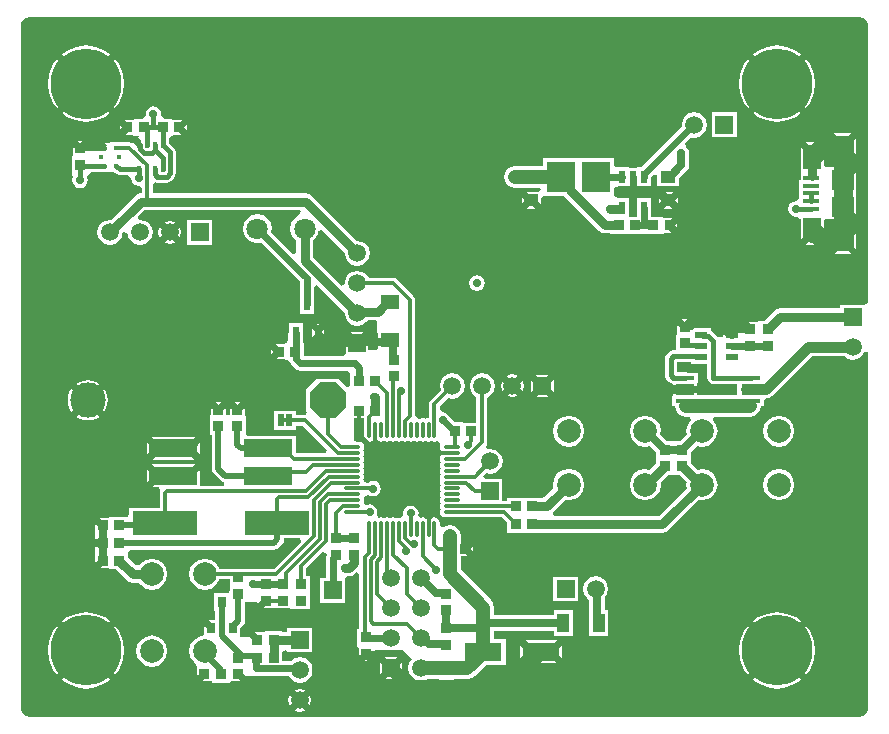
<source format=gtl>
G04*
G04 #@! TF.GenerationSoftware,Altium Limited,Altium Designer,20.0.10 (225)*
G04*
G04 Layer_Physical_Order=1*
G04 Layer_Color=255*
%FSLAX44Y44*%
%MOMM*%
G71*
G01*
G75*
%ADD16R,0.4000X0.4500*%
%ADD17R,0.4500X0.4000*%
%ADD18R,0.3500X0.5000*%
%ADD45R,0.8500X0.8500*%
%ADD46R,0.8500X0.8500*%
%ADD47R,1.0000X1.6000*%
%ADD48R,1.1000X0.6000*%
%ADD49R,1.6500X0.3000*%
%ADD50R,1.2500X1.0000*%
%ADD51R,1.4000X0.4000*%
%ADD52R,1.6000X2.1000*%
%ADD53R,1.9000X1.8000*%
%ADD54R,1.9000X1.7500*%
%ADD55R,0.6000X1.1000*%
%ADD56R,4.1000X1.5200*%
%ADD57R,0.6000X1.1000*%
%ADD58R,5.5000X2.0000*%
%ADD59R,0.6500X0.9500*%
%ADD60R,1.6000X1.2000*%
%ADD61O,0.3000X1.4000*%
%ADD62O,1.4000X0.3000*%
%ADD63R,0.5000X1.0000*%
%ADD64R,3.1500X1.6000*%
%ADD65R,2.4000X2.6000*%
%ADD66C,0.6000*%
%ADD67C,0.3000*%
%ADD68C,0.7000*%
%ADD69C,0.8000*%
%ADD70C,0.9000*%
%ADD71C,1.2000*%
%ADD72C,0.5000*%
%ADD73C,0.4000*%
%ADD74C,1.6000*%
%ADD75R,1.5000X1.5000*%
%ADD76C,1.5000*%
%ADD77R,1.5000X1.5000*%
%ADD78C,6.0000*%
%ADD79C,2.0000*%
%ADD80C,1.8000*%
%ADD81C,3.0000*%
%ADD82P,3.2472X8X202.5*%
%ADD83C,0.7000*%
G36*
X715000Y595812D02*
X717224Y595369D01*
X719109Y594109D01*
X720369Y592224D01*
X720812Y590000D01*
X720922D01*
Y354296D01*
X717922Y352900D01*
X697500D01*
Y349537D01*
X646400D01*
X643669Y348994D01*
X641353Y347447D01*
X633157Y339250D01*
X628750Y339250D01*
X626164Y338250D01*
X625750Y338250D01*
X618993D01*
X623121Y334121D01*
X618879Y329879D01*
X614423Y334334D01*
X613500Y332500D01*
X611750Y332500D01*
X602743D01*
X605621Y329621D01*
X601379Y325379D01*
X598500Y328257D01*
Y326617D01*
X598483Y326573D01*
X597182Y325529D01*
X593605Y325762D01*
X589262Y330105D01*
X588500Y330614D01*
Y333500D01*
X572250D01*
Y336007D01*
X568121Y331879D01*
X566000Y334000D01*
X563879Y331879D01*
X559750Y336007D01*
Y327750D01*
X558750Y327250D01*
Y314098D01*
X556343D01*
X554392Y313710D01*
X552738Y312605D01*
X550395Y310262D01*
X549290Y308608D01*
X548902Y306657D01*
Y293093D01*
X549290Y291142D01*
X550395Y289488D01*
X552738Y287145D01*
X554392Y286040D01*
X556000Y285720D01*
Y275750D01*
X555000D01*
Y266750D01*
X557873D01*
X558522Y263488D01*
X560511Y260511D01*
X563488Y258522D01*
X567000Y257824D01*
X570145D01*
X571128Y254872D01*
X568254Y250572D01*
X567245Y245500D01*
X567724Y243096D01*
X561878Y237250D01*
X556750D01*
Y237250D01*
X556250D01*
Y237250D01*
X551122D01*
X545276Y243096D01*
X545755Y245500D01*
X544746Y250572D01*
X541872Y254872D01*
X537572Y257746D01*
X532500Y258755D01*
X527428Y257746D01*
X523128Y254872D01*
X520254Y250572D01*
X519245Y245500D01*
X520254Y240428D01*
X523128Y236127D01*
X527428Y233254D01*
X532500Y232245D01*
X536572Y233055D01*
X541750Y227878D01*
Y218843D01*
X535971Y213064D01*
X532500Y213755D01*
X527428Y212746D01*
X523128Y209872D01*
X520254Y205572D01*
X519245Y200500D01*
X520254Y195428D01*
X523128Y191127D01*
X527428Y188254D01*
X532500Y187245D01*
X537572Y188254D01*
X541872Y191127D01*
X544746Y195428D01*
X545755Y200500D01*
X545396Y202303D01*
X551843Y208750D01*
X556250D01*
Y208750D01*
X556750D01*
Y208750D01*
X561157D01*
X567604Y202303D01*
X567245Y200500D01*
X567770Y197863D01*
X544044Y174137D01*
X455232D01*
X454298Y176356D01*
X454231Y177137D01*
X464863Y187770D01*
X467500Y187245D01*
X472572Y188254D01*
X476872Y191127D01*
X479746Y195428D01*
X480755Y200500D01*
X479746Y205572D01*
X476872Y209872D01*
X472572Y212746D01*
X467500Y213755D01*
X462428Y212746D01*
X458128Y209872D01*
X455254Y205572D01*
X454245Y200500D01*
X454770Y197863D01*
X446930Y190023D01*
X444250Y189250D01*
X444250Y189250D01*
Y189250D01*
X444250Y189250D01*
X415750D01*
Y186766D01*
X411500D01*
Y205100D01*
X396508D01*
X395360Y207872D01*
X397483Y209994D01*
X401000Y209294D01*
X405097Y210109D01*
X408570Y212430D01*
X410891Y215903D01*
X411706Y220000D01*
X410891Y224097D01*
X408570Y227570D01*
X405097Y229891D01*
X401000Y230706D01*
X398923Y230293D01*
X397550Y232390D01*
X397369Y233042D01*
X398239Y234345D01*
X398588Y236101D01*
Y274088D01*
X398697Y274109D01*
X402170Y276430D01*
X404491Y279903D01*
X405306Y284000D01*
X404491Y288097D01*
X402170Y291570D01*
X398697Y293891D01*
X394600Y294706D01*
X390503Y293891D01*
X387030Y291570D01*
X384709Y288097D01*
X383894Y284000D01*
X384709Y279903D01*
X387030Y276430D01*
X389412Y274838D01*
Y252250D01*
X378750D01*
X378250Y253250D01*
X371401D01*
X367125Y257527D01*
X367123Y257536D01*
X365686Y259686D01*
X363536Y261123D01*
X361000Y261627D01*
X360880Y261603D01*
X358561Y263507D01*
Y266872D01*
X365683Y273994D01*
X369200Y273294D01*
X373297Y274109D01*
X376770Y276430D01*
X379091Y279903D01*
X379906Y284000D01*
X379091Y288097D01*
X376770Y291570D01*
X373297Y293891D01*
X369200Y294706D01*
X365103Y293891D01*
X361630Y291570D01*
X359309Y288097D01*
X358494Y284000D01*
X359194Y280483D01*
X350728Y272017D01*
X349734Y270529D01*
X349385Y268773D01*
Y257104D01*
X348973Y256766D01*
X347217Y256417D01*
X346473Y255920D01*
X345728Y256417D01*
X343973Y256766D01*
X342217Y256417D01*
X341795Y256135D01*
X338858Y256996D01*
X337588Y259550D01*
Y356950D01*
X337239Y358706D01*
X336244Y360194D01*
X322306Y374132D01*
X320817Y375127D01*
X319062Y375476D01*
X298203D01*
X296210Y378458D01*
X292737Y380779D01*
X288640Y381594D01*
X284543Y380779D01*
X281070Y378458D01*
X278749Y374985D01*
X277934Y370888D01*
X278023Y370441D01*
X275259Y368963D01*
X251137Y393084D01*
Y407337D01*
X252652Y408349D01*
X255304Y412318D01*
X255797Y414795D01*
X259052Y415783D01*
X278036Y396799D01*
X277934Y396288D01*
X278749Y392191D01*
X281070Y388718D01*
X284543Y386397D01*
X288640Y385582D01*
X292737Y386397D01*
X296210Y388718D01*
X298531Y392191D01*
X299346Y396288D01*
X298531Y400385D01*
X296210Y403858D01*
X292737Y406179D01*
X288640Y406994D01*
X288129Y406892D01*
X249975Y445047D01*
X247659Y446594D01*
X244928Y447137D01*
X115338D01*
Y454305D01*
X115890Y454906D01*
X118338Y456352D01*
X119343Y456152D01*
X127157D01*
X129108Y456540D01*
X130762Y457645D01*
X133355Y460238D01*
X134460Y461892D01*
X134848Y463843D01*
Y482000D01*
X134460Y483951D01*
X133355Y485605D01*
X128973Y489987D01*
Y493629D01*
X131094Y495750D01*
X131250D01*
X133836Y496750D01*
X140007D01*
X135879Y500879D01*
X138000Y503000D01*
X135879Y505121D01*
X140007Y509250D01*
X133836D01*
X131250Y510250D01*
X129164Y510250D01*
X124645D01*
X122478Y513250D01*
X122627Y514000D01*
X122123Y516536D01*
X120686Y518686D01*
X118536Y520123D01*
X116000Y520627D01*
X113464Y520123D01*
X111314Y518686D01*
X109877Y516536D01*
X109373Y514000D01*
X109522Y513250D01*
X107355Y510250D01*
X100750Y510250D01*
X98164Y509250D01*
X91993D01*
X96121Y505121D01*
X94000Y503000D01*
X96121Y500879D01*
X91993Y496750D01*
X98164D01*
X100750Y495750D01*
X103531D01*
X103007Y494486D01*
X105652Y491841D01*
Y490401D01*
X102129Y486879D01*
X98672Y490336D01*
X97500Y489709D01*
X97456Y489739D01*
X95700Y490088D01*
X89750D01*
Y490500D01*
X79250D01*
X78750Y489500D01*
X74492D01*
X76371Y487621D01*
X72129Y483379D01*
X70250Y485257D01*
Y483250D01*
X60250D01*
Y487007D01*
X56121Y482879D01*
X54000Y485000D01*
X51879Y482879D01*
X47750Y487007D01*
Y478750D01*
X46750Y478250D01*
Y463750D01*
X46750D01*
X48020Y460750D01*
X47877Y460536D01*
X47373Y458000D01*
X47877Y455464D01*
X49314Y453314D01*
X51464Y451877D01*
X54000Y451373D01*
X56536Y451877D01*
X58686Y453314D01*
X60123Y455464D01*
X60627Y458000D01*
X60123Y460536D01*
X59980Y460750D01*
X61250Y463750D01*
X63566Y465402D01*
X74500D01*
X74992Y465500D01*
X82540D01*
X83895Y464145D01*
X85549Y463040D01*
X87500Y462652D01*
X94591D01*
X97123Y460000D01*
X97627Y457464D01*
X99064Y455314D01*
X101214Y453877D01*
X103750Y453373D01*
X103843Y453391D01*
X106162Y451488D01*
Y447137D01*
X105200D01*
X102469Y446594D01*
X100153Y445047D01*
X79711Y424604D01*
X79200Y424706D01*
X75103Y423891D01*
X71630Y421570D01*
X69309Y418097D01*
X68494Y414000D01*
X69309Y409903D01*
X71630Y406430D01*
X75103Y404109D01*
X79200Y403294D01*
X83297Y404109D01*
X86770Y406430D01*
X89091Y409903D01*
X89770Y413320D01*
X91026Y414213D01*
X91384Y414186D01*
X93131Y413534D01*
X94164Y412643D01*
X94709Y409903D01*
X97030Y406430D01*
X100503Y404109D01*
X104600Y403294D01*
X108697Y404109D01*
X112170Y406430D01*
X114491Y409903D01*
X115306Y414000D01*
X114491Y418097D01*
X112170Y421570D01*
X108697Y423891D01*
X104600Y424706D01*
X104153Y424617D01*
X102675Y427382D01*
X108156Y432863D01*
X239894D01*
X240816Y431660D01*
X239570Y428354D01*
X239318Y428304D01*
X235348Y425652D01*
X232696Y421682D01*
X231765Y417000D01*
X232696Y412318D01*
X235348Y408349D01*
X236863Y407337D01*
Y396708D01*
X234091Y395560D01*
X215641Y414011D01*
X216235Y417000D01*
X215304Y421682D01*
X212652Y425652D01*
X208682Y428304D01*
X204000Y429235D01*
X199318Y428304D01*
X195348Y425652D01*
X192696Y421682D01*
X191765Y417000D01*
X192696Y412318D01*
X195348Y408349D01*
X199318Y405696D01*
X204000Y404765D01*
X206989Y405359D01*
X239883Y372466D01*
Y353000D01*
X240000Y352409D01*
Y344500D01*
X252000D01*
Y352409D01*
X252118Y353000D01*
Y367998D01*
X254889Y369146D01*
X278036Y345999D01*
X277934Y345488D01*
X278749Y341391D01*
X281070Y337918D01*
X284543Y335597D01*
X288640Y334782D01*
X292737Y335597D01*
X296210Y337918D01*
X297394Y339690D01*
X304657D01*
X305000Y338863D01*
Y330000D01*
X305000D01*
X306000Y329039D01*
Y315000D01*
X303414Y314000D01*
X298140D01*
Y325345D01*
X290761Y317967D01*
X288640Y320088D01*
X286519Y317967D01*
X279140Y325345D01*
Y310588D01*
X276749Y309118D01*
X243250D01*
Y320250D01*
X242618D01*
Y328500D01*
X242500Y329091D01*
Y337500D01*
X230500D01*
Y329091D01*
X230382Y328500D01*
Y322789D01*
X228750Y320250D01*
X226164Y319250D01*
X219993D01*
X224121Y315121D01*
X222000Y313000D01*
X224121Y310879D01*
X219993Y306750D01*
X226164D01*
X228750Y305750D01*
X230093D01*
X230700Y305421D01*
X230848Y304674D01*
X232174Y302689D01*
X236189Y298674D01*
X238174Y297348D01*
X240515Y296882D01*
X280426D01*
X282750Y295250D01*
Y284008D01*
X279750Y282765D01*
X272515Y290000D01*
X254515D01*
X245515Y281000D01*
Y263000D01*
X246309Y262206D01*
X244832Y259441D01*
X244091Y259588D01*
X236500D01*
Y263000D01*
X218500D01*
Y247000D01*
X236500D01*
Y250412D01*
X242190D01*
X263064Y229538D01*
X261916Y226766D01*
X236822D01*
X236500Y227089D01*
Y241800D01*
X196856D01*
X194250Y242750D01*
Y246807D01*
X194338Y247250D01*
X194250Y247693D01*
X194250Y257250D01*
X193250Y259836D01*
Y266007D01*
X189121Y261879D01*
X187000Y264000D01*
X184879Y261879D01*
X180750Y266007D01*
Y259836D01*
X180744Y259821D01*
X180151Y259469D01*
X177849D01*
X177256Y259821D01*
X177250Y259836D01*
Y266007D01*
X173121Y261879D01*
X171000Y264000D01*
X168879Y261879D01*
X164750Y266007D01*
Y259836D01*
X163750Y257250D01*
X163750Y255164D01*
Y242750D01*
X165392D01*
Y214000D01*
X165819Y211854D01*
X167035Y210035D01*
X173035Y204035D01*
X174854Y202819D01*
X176015Y202588D01*
X175720Y199588D01*
X155500D01*
Y213358D01*
X148021Y205879D01*
X143779Y210121D01*
X151257Y217600D01*
X114743D01*
X122221Y210121D01*
X120100Y208000D01*
X122221Y205879D01*
X114742Y198400D01*
X120548D01*
X120686Y198281D01*
X122029Y195400D01*
X121761Y194998D01*
X121412Y193243D01*
Y181000D01*
X95500D01*
Y175732D01*
X94250Y173250D01*
X81836D01*
X79750Y173250D01*
X77164Y172250D01*
X70993D01*
X75121Y168121D01*
X70879Y163879D01*
X66750Y168007D01*
Y160250D01*
X66750Y159750D01*
Y157250D01*
X66750Y156750D01*
Y145250D01*
X66750Y144750D01*
Y142250D01*
X66750Y141750D01*
Y133993D01*
X70879Y138121D01*
X75121Y133879D01*
X70993Y129750D01*
X77164D01*
X79750Y128750D01*
X84157Y128750D01*
X93453Y119453D01*
X95769Y117906D01*
X98500Y117363D01*
X103634D01*
X105127Y115127D01*
X109428Y112254D01*
X114500Y111245D01*
X119572Y112254D01*
X123872Y115127D01*
X126746Y119428D01*
X127755Y124500D01*
X126746Y129572D01*
X123872Y133872D01*
X119572Y136746D01*
X114500Y137755D01*
X109428Y136746D01*
X105127Y133872D01*
X104142Y132397D01*
X100915Y132178D01*
X94250Y138843D01*
X94250Y143250D01*
X96321Y145392D01*
X218000D01*
X220146Y145819D01*
X221965Y147035D01*
X224965Y150035D01*
X226181Y151854D01*
X226608Y154000D01*
Y155000D01*
X240041D01*
X241189Y152228D01*
X218281Y129320D01*
X190732D01*
X190379Y129250D01*
X188193D01*
X187750Y129338D01*
X171792D01*
X171746Y129572D01*
X168873Y133872D01*
X164572Y136746D01*
X159500Y137755D01*
X154428Y136746D01*
X150127Y133872D01*
X147254Y129572D01*
X146245Y124500D01*
X147254Y119428D01*
X150127Y115127D01*
X154428Y112254D01*
X159500Y111245D01*
X164572Y112254D01*
X168873Y115127D01*
X171746Y119428D01*
X171892Y120162D01*
X180750D01*
Y111543D01*
X180250Y108750D01*
X167750D01*
Y93250D01*
X168392D01*
Y85750D01*
X163493D01*
X166621Y82621D01*
X162379Y78379D01*
X159250Y81507D01*
Y73067D01*
X159250D01*
X156511Y72160D01*
X154428Y71746D01*
X150127Y68872D01*
X147254Y64572D01*
X146245Y59500D01*
X147254Y54428D01*
X150127Y50128D01*
X151942Y48915D01*
X152750Y46250D01*
X152750D01*
Y37992D01*
X156879Y42121D01*
X161121Y37879D01*
X156993Y33750D01*
X165250D01*
X165750Y32750D01*
X180250D01*
Y32750D01*
X181750Y33750D01*
X190007D01*
X185879Y37879D01*
X190121Y42121D01*
X194250Y37993D01*
X201632D01*
X204993Y37993D01*
X205000Y38000D01*
X205262Y38633D01*
X230557D01*
X232430Y35830D01*
X235903Y33509D01*
X240000Y32694D01*
X244097Y33509D01*
X247570Y35830D01*
X249891Y39303D01*
X250706Y43400D01*
X249891Y47497D01*
X247570Y50970D01*
X244097Y53291D01*
X240000Y54106D01*
X235903Y53291D01*
X232430Y50970D01*
X232361Y50868D01*
X225250D01*
Y58608D01*
X228250Y60133D01*
X229500Y59221D01*
Y58300D01*
X250500D01*
Y79300D01*
X229500D01*
Y75887D01*
X225250D01*
Y76250D01*
X210750D01*
X210250Y75250D01*
X201993D01*
X206121Y71121D01*
X201879Y66879D01*
X197750Y71007D01*
X197750Y71008D01*
Y71007D01*
X192650D01*
X189750Y71250D01*
Y78819D01*
X191965Y81035D01*
X193181Y82854D01*
X193608Y85000D01*
Y100750D01*
X203993D01*
X204750Y99993D01*
X208879Y104121D01*
X213121Y99879D01*
X208993Y95750D01*
X216750D01*
X217250Y95750D01*
X219750D01*
X220250Y95750D01*
X231164Y95750D01*
X233750Y94750D01*
X234836Y94750D01*
X248250D01*
Y108750D01*
Y123250D01*
X245588D01*
Y129508D01*
X259186Y143106D01*
X262492Y142169D01*
X262774Y140978D01*
X262348Y140341D01*
X261882Y138000D01*
Y121500D01*
X257500D01*
Y100500D01*
X278500D01*
Y121500D01*
X280935Y122863D01*
X281314D01*
X284045Y123406D01*
X286360Y124953D01*
X287640Y126233D01*
X290412Y125085D01*
Y78250D01*
X288750D01*
Y65836D01*
X288750Y63750D01*
X289750Y61164D01*
Y54993D01*
X293879Y59121D01*
X296000Y57000D01*
X298121Y59121D01*
X302250Y54992D01*
Y57482D01*
X303414Y60000D01*
X304970Y60000D01*
X316469D01*
X317000Y59894D01*
X317532Y60000D01*
X327600D01*
X334830Y52770D01*
X336604Y54545D01*
X335079Y52957D01*
X334830Y52770D01*
X334830Y52770D01*
X332509Y49297D01*
X331694Y45200D01*
X332509Y41103D01*
X334830Y37630D01*
X338303Y35309D01*
X342400Y34494D01*
X346497Y35309D01*
X347566Y36024D01*
X357750D01*
Y27993D01*
X361879Y32121D01*
X364000Y30000D01*
X366121Y32121D01*
X370250Y27993D01*
Y36024D01*
X381950D01*
X385462Y36722D01*
X388439Y38711D01*
X397727Y48000D01*
X414250D01*
Y70000D01*
X404676D01*
Y76373D01*
X455000D01*
Y72000D01*
X471000D01*
Y94000D01*
X455000D01*
Y89627D01*
X404676D01*
Y96314D01*
X403978Y99825D01*
X401989Y102802D01*
X376176Y128615D01*
Y139750D01*
X382007D01*
X377879Y143879D01*
X380000Y146000D01*
X377879Y148121D01*
X382007Y152250D01*
X376176D01*
Y157000D01*
X375478Y160512D01*
X373489Y163489D01*
X370512Y165478D01*
X367000Y166176D01*
X363488Y165478D01*
X361561Y164190D01*
X358561Y165558D01*
Y168178D01*
X358212Y169934D01*
X357217Y171423D01*
X355728Y172417D01*
X353973Y172766D01*
X352217Y172417D01*
X350728Y171423D01*
X350633Y171279D01*
X348973Y171967D01*
X347313Y171279D01*
X347217Y171423D01*
X345728Y172417D01*
X343973Y172766D01*
X342840Y172541D01*
X341077Y173906D01*
X340390Y174804D01*
X340627Y176000D01*
X340123Y178536D01*
X338686Y180686D01*
X336536Y182123D01*
X334000Y182627D01*
X331464Y182123D01*
X329314Y180686D01*
X327877Y178536D01*
X327373Y176000D01*
X327619Y174762D01*
X326855Y173815D01*
X325169Y172528D01*
X323973Y172766D01*
X322217Y172417D01*
X321473Y171920D01*
X320728Y172417D01*
X318973Y172766D01*
X317217Y172417D01*
X316473Y171920D01*
X315728Y172417D01*
X313973Y172766D01*
X312217Y172417D01*
X311473Y171920D01*
X310728Y172417D01*
X308973Y172766D01*
X307386Y172451D01*
X306495Y173123D01*
X305835Y173768D01*
X305160Y174651D01*
X305627Y177000D01*
X305123Y179536D01*
X303686Y181686D01*
X301536Y183123D01*
X299000Y183627D01*
X296464Y183123D01*
X294493Y184238D01*
X294212Y185422D01*
X294561Y187178D01*
X294212Y188934D01*
X295024Y190825D01*
X298232Y191700D01*
X299464Y190877D01*
X302000Y190373D01*
X304536Y190877D01*
X306686Y192314D01*
X308123Y194464D01*
X308627Y197000D01*
X308123Y199536D01*
X306686Y201686D01*
X304536Y203123D01*
X302000Y203627D01*
X299464Y203123D01*
X297662Y201919D01*
X294698Y202635D01*
X294234Y203820D01*
X294212Y203934D01*
X294159Y204013D01*
X293831Y204852D01*
X294212Y205422D01*
X294561Y207178D01*
X294212Y208934D01*
X293714Y209678D01*
X294212Y210422D01*
X294561Y212178D01*
X294212Y213934D01*
X293714Y214678D01*
X294212Y215422D01*
X294561Y217178D01*
X294212Y218934D01*
X293714Y219678D01*
X294212Y220422D01*
X294561Y222178D01*
X294212Y223934D01*
X293714Y224678D01*
X294212Y225422D01*
X294561Y227178D01*
X294212Y228934D01*
X293714Y229678D01*
X294212Y230422D01*
X294561Y232178D01*
X294212Y233934D01*
X293217Y235423D01*
X291728Y236417D01*
X289973Y236766D01*
X288903D01*
X286000Y237000D01*
Y256750D01*
X294385D01*
Y252178D01*
Y241178D01*
X294734Y239422D01*
X295728Y237934D01*
X297217Y236939D01*
X298973Y236590D01*
X300728Y236939D01*
X302217Y237934D01*
X302313Y238077D01*
X303973Y237390D01*
X305633Y238077D01*
X305728Y237934D01*
X307217Y236939D01*
X308973Y236590D01*
X310728Y236939D01*
X311473Y237437D01*
X312217Y236939D01*
X313973Y236590D01*
X315728Y236939D01*
X316473Y237437D01*
X317217Y236939D01*
X318973Y236590D01*
X320728Y236939D01*
X321473Y237437D01*
X322217Y236939D01*
X323973Y236590D01*
X325728Y236939D01*
X326473Y237437D01*
X327217Y236939D01*
X328973Y236590D01*
X330728Y236939D01*
X331473Y237437D01*
X332217Y236939D01*
X333973Y236590D01*
X335728Y236939D01*
X336473Y237437D01*
X337217Y236939D01*
X338973Y236590D01*
X340728Y236939D01*
X341473Y237437D01*
X342217Y236939D01*
X343973Y236590D01*
X345728Y236939D01*
X346473Y237437D01*
X347217Y236939D01*
X348973Y236590D01*
X350728Y236939D01*
X351473Y237437D01*
X352217Y236939D01*
X353973Y236590D01*
X355728Y236939D01*
X355734Y236943D01*
X358734Y235339D01*
Y233934D01*
X358385Y232178D01*
X358734Y230422D01*
X359728Y228934D01*
X359872Y228838D01*
X359184Y227178D01*
X359872Y225518D01*
X359728Y225423D01*
X358734Y223934D01*
X358385Y222178D01*
X358734Y220422D01*
X359231Y219678D01*
X358734Y218934D01*
X358385Y217178D01*
X358734Y215422D01*
X359231Y214678D01*
X358734Y213934D01*
X358385Y212178D01*
X358734Y210422D01*
X359231Y209678D01*
X358734Y208934D01*
X358385Y207178D01*
X358734Y205422D01*
X359231Y204678D01*
X358734Y203934D01*
X358385Y202178D01*
X358734Y200422D01*
X359231Y199678D01*
X358734Y198934D01*
X358385Y197178D01*
X358734Y195422D01*
X359231Y194678D01*
X358734Y193934D01*
X358385Y192178D01*
X358734Y190422D01*
X359231Y189678D01*
X358734Y188934D01*
X358385Y187178D01*
X358734Y185422D01*
X359231Y184678D01*
X358734Y183934D01*
X358385Y182178D01*
X358734Y180422D01*
X359231Y179678D01*
X358734Y178934D01*
X358385Y177178D01*
X358734Y175422D01*
X359728Y173934D01*
X361217Y172939D01*
X362973Y172590D01*
X410921D01*
X415750Y167761D01*
Y159750D01*
X444250D01*
Y159863D01*
X547000D01*
X549731Y160406D01*
X552047Y161953D01*
X577863Y187770D01*
X580500Y187245D01*
X585572Y188254D01*
X589873Y191127D01*
X592746Y195428D01*
X593755Y200500D01*
X592746Y205572D01*
X589873Y209872D01*
X585572Y212746D01*
X580500Y213755D01*
X577029Y213064D01*
X571250Y218843D01*
Y227878D01*
X576428Y233055D01*
X580500Y232245D01*
X585572Y233254D01*
X589873Y236127D01*
X592746Y240428D01*
X593755Y245500D01*
X592746Y250572D01*
X589873Y254872D01*
X590856Y257824D01*
X621000D01*
X624512Y258522D01*
X627489Y260511D01*
X629478Y263488D01*
X630127Y266750D01*
X633000D01*
Y271012D01*
X634485Y273353D01*
X637412Y273935D01*
X639892Y275593D01*
X673653Y309353D01*
X700545D01*
X703903Y307109D01*
X708000Y306294D01*
X712097Y307109D01*
X715570Y309430D01*
X717891Y312903D01*
X717922Y313058D01*
X720922Y312763D01*
X720922Y10000D01*
X720812D01*
X720369Y7776D01*
X719109Y5890D01*
X717224Y4631D01*
X715000Y4188D01*
Y4078D01*
X10000D01*
Y4188D01*
X7776Y4631D01*
X5890Y5890D01*
X4631Y7776D01*
X4188Y10000D01*
X4078D01*
X4078Y587000D01*
X4188Y590000D01*
Y590000D01*
X4941Y592688D01*
X5890Y594109D01*
X7776Y595369D01*
X10000Y595812D01*
Y595922D01*
X715000D01*
Y595812D01*
D02*
G37*
G36*
X571500Y302500D02*
X584902D01*
Y291000D01*
X585290Y289049D01*
X586395Y287395D01*
X586645Y287145D01*
X588299Y286040D01*
X588623Y285976D01*
X590250Y285652D01*
X610500D01*
Y281738D01*
X610353Y281000D01*
X610500Y280261D01*
Y279750D01*
Y276176D01*
X576500D01*
Y280750D01*
Y286250D01*
X577500D01*
Y295250D01*
X568515D01*
X568201Y295460D01*
X566250Y295848D01*
X559098D01*
Y303902D01*
X571500D01*
Y302500D01*
D02*
G37*
%LPC*%
G36*
X644000Y572276D02*
X635646Y571176D01*
X627862Y567952D01*
X623578Y564665D01*
X644000Y544243D01*
X664422Y564665D01*
X660138Y567952D01*
X652354Y571176D01*
X644000Y572276D01*
D02*
G37*
G36*
X59000D02*
X50646Y571176D01*
X42862Y567952D01*
X38578Y564665D01*
X59000Y544243D01*
X79422Y564665D01*
X75138Y567952D01*
X67354Y571176D01*
X59000Y572276D01*
D02*
G37*
G36*
X83665Y560422D02*
X63243Y540000D01*
X83665Y519578D01*
X86952Y523862D01*
X90176Y531646D01*
X91276Y540000D01*
X90176Y548354D01*
X86952Y556138D01*
X83665Y560422D01*
D02*
G37*
G36*
X668665D02*
X648243Y540000D01*
X668665Y519578D01*
X671952Y523862D01*
X675176Y531646D01*
X676276Y540000D01*
X675176Y548354D01*
X671952Y556138D01*
X668665Y560422D01*
D02*
G37*
G36*
X619335D02*
X616048Y556138D01*
X612824Y548354D01*
X611724Y540000D01*
X612824Y531646D01*
X616048Y523862D01*
X619335Y519578D01*
X639757Y540000D01*
X619335Y560422D01*
D02*
G37*
G36*
X34335D02*
X31048Y556138D01*
X27824Y548354D01*
X26724Y540000D01*
X27824Y531646D01*
X31048Y523862D01*
X34335Y519578D01*
X54757Y540000D01*
X34335Y560422D01*
D02*
G37*
G36*
X644000Y535757D02*
X623578Y515335D01*
X627862Y512048D01*
X635646Y508824D01*
X644000Y507724D01*
X652354Y508824D01*
X660138Y512048D01*
X664422Y515335D01*
X644000Y535757D01*
D02*
G37*
G36*
X59000D02*
X38578Y515335D01*
X42862Y512048D01*
X50646Y508824D01*
X59000Y507724D01*
X67354Y508824D01*
X75138Y512048D01*
X79422Y515335D01*
X59000Y535757D01*
D02*
G37*
G36*
X144250Y505007D02*
X142243Y503000D01*
X144250Y500992D01*
Y505007D01*
D02*
G37*
G36*
X87750Y505007D02*
Y500992D01*
X89757Y503000D01*
X87750Y505007D01*
D02*
G37*
G36*
X609900Y515500D02*
X588900D01*
Y494500D01*
X609900D01*
Y515500D01*
D02*
G37*
G36*
X574000Y515706D02*
X569903Y514891D01*
X566430Y512570D01*
X564109Y509097D01*
X563294Y505000D01*
X563469Y504121D01*
X528848Y469500D01*
X525500D01*
Y468500D01*
X518500D01*
Y469500D01*
X506500D01*
X506000Y472293D01*
Y477000D01*
X446000D01*
Y470176D01*
X422000D01*
X418488Y469478D01*
X415511Y467489D01*
X413522Y464512D01*
X412824Y461000D01*
X413522Y457488D01*
X415511Y454511D01*
X418488Y452522D01*
X422000Y451824D01*
X443406D01*
X443812Y451000D01*
X443534Y449974D01*
X441945Y448000D01*
X431993D01*
X436871Y443121D01*
X434750Y441000D01*
X436000Y439750D01*
X439371Y443121D01*
X444250Y438243D01*
Y442725D01*
X446000Y445000D01*
X447250Y445000D01*
X463598D01*
X463953Y444468D01*
X493218Y415203D01*
X495533Y413656D01*
X498265Y413113D01*
X502750D01*
Y412750D01*
X531250D01*
Y412750D01*
X531750D01*
Y412750D01*
X544164D01*
X546250Y412750D01*
X548836Y413750D01*
X555008D01*
X550879Y417879D01*
X553000Y420000D01*
X550879Y422121D01*
X555007Y426250D01*
X548836D01*
X546250Y427250D01*
X544164Y427250D01*
X537617D01*
Y435000D01*
X537500Y435591D01*
Y443500D01*
X525500D01*
Y435591D01*
X525382Y435000D01*
Y427250D01*
X518500D01*
Y433311D01*
X518637Y434000D01*
X518500Y434689D01*
Y443500D01*
X509023D01*
X508345Y443540D01*
X508306Y443546D01*
X506261Y444836D01*
X506040Y446068D01*
X506000Y446554D01*
X506000Y447362D01*
Y449707D01*
X506500Y452500D01*
X518500D01*
Y453500D01*
X525500D01*
Y452500D01*
X537500D01*
Y460409D01*
X537609Y460958D01*
X539978Y463327D01*
X542750Y462179D01*
Y453000D01*
X561250D01*
Y459628D01*
X567686Y466064D01*
X569123Y468214D01*
X569627Y470750D01*
Y481000D01*
X569123Y483536D01*
X567686Y485686D01*
X567023Y486129D01*
X566424Y489772D01*
X571452Y494801D01*
X574000Y494294D01*
X578097Y495109D01*
X581570Y497430D01*
X583891Y500903D01*
X584706Y505000D01*
X583891Y509097D01*
X581570Y512570D01*
X578097Y514891D01*
X574000Y515706D01*
D02*
G37*
G36*
X706757Y498000D02*
X692243D01*
X699500Y490743D01*
X706757Y498000D01*
D02*
G37*
G36*
X56007Y491250D02*
X51993D01*
X54000Y489243D01*
X56007Y491250D01*
D02*
G37*
G36*
X699500Y487500D02*
X699000Y487000D01*
X699500Y486500D01*
X700000Y487000D01*
X699500Y487500D01*
D02*
G37*
G36*
X679757Y490500D02*
X668243D01*
X674000Y484743D01*
X679757Y490500D01*
D02*
G37*
G36*
X688000Y493757D02*
Y480243D01*
X694757Y487000D01*
X688000Y493757D01*
D02*
G37*
G36*
X711000Y493757D02*
X704243Y487000D01*
X711000Y480243D01*
Y493757D01*
D02*
G37*
G36*
X699500Y483257D02*
X692243Y476000D01*
X706757D01*
X699500Y483257D01*
D02*
G37*
G36*
X556007Y448000D02*
X547992D01*
X552000Y443993D01*
X556007Y448000D01*
D02*
G37*
G36*
X552000Y442250D02*
X550750Y441000D01*
X552000Y439750D01*
X553250Y441000D01*
X552000Y442250D01*
D02*
G37*
G36*
X427750Y443757D02*
Y438243D01*
X430507Y441000D01*
X427750Y443757D01*
D02*
G37*
G36*
X543750Y443757D02*
Y438243D01*
X546507Y441000D01*
X543750Y443757D01*
D02*
G37*
G36*
X560250Y443757D02*
X557493Y441000D01*
X560250Y438242D01*
Y443757D01*
D02*
G37*
G36*
X436000Y438008D02*
X431993Y434000D01*
X440007D01*
X436000Y438008D01*
D02*
G37*
G36*
X552000Y438007D02*
X547993Y434000D01*
X556007D01*
X552000Y438007D01*
D02*
G37*
G36*
X664000Y486257D02*
Y465500D01*
X664000D01*
Y464000D01*
X664000D01*
Y458500D01*
X663000D01*
Y448500D01*
Y443089D01*
X661267Y441207D01*
X660000Y440627D01*
X657464Y440123D01*
X655314Y438686D01*
X653877Y436536D01*
X653373Y434000D01*
X653877Y431464D01*
X655314Y429314D01*
X657464Y427877D01*
X660000Y427373D01*
X661000Y427572D01*
X663829Y425639D01*
X664000Y425342D01*
Y407743D01*
X671879Y415621D01*
X674000Y413500D01*
X676121Y415621D01*
X684000Y407743D01*
Y424380D01*
X685046Y424890D01*
X688000Y425000D01*
Y425000D01*
X706758D01*
X698129Y433629D01*
X702371Y437871D01*
X711000Y429243D01*
Y446500D01*
X711000D01*
Y447500D01*
X711000D01*
Y464757D01*
X702371Y456129D01*
X698129Y460371D01*
X706757Y469000D01*
X688000D01*
Y469000D01*
X685264Y469638D01*
X684000Y470463D01*
Y486257D01*
X676121Y478379D01*
X674000Y480500D01*
X671879Y478379D01*
X664000Y486257D01*
D02*
G37*
G36*
X130000Y423686D02*
X126293Y422949D01*
X125694Y422548D01*
X130000Y418242D01*
X134306Y422548D01*
X133707Y422949D01*
X130000Y423686D01*
D02*
G37*
G36*
X559250Y422007D02*
X557243Y420000D01*
X559250Y417993D01*
Y422007D01*
D02*
G37*
G36*
X706757Y418000D02*
X692243D01*
X699500Y410743D01*
X706757Y418000D01*
D02*
G37*
G36*
X121452Y418306D02*
X121051Y417707D01*
X120314Y414000D01*
X121051Y410293D01*
X121452Y409694D01*
X125757Y414000D01*
X121452Y418306D01*
D02*
G37*
G36*
X138548Y418306D02*
X134243Y414000D01*
X138548Y409694D01*
X138949Y410293D01*
X139686Y414000D01*
X138949Y417707D01*
X138548Y418306D01*
D02*
G37*
G36*
X699500Y407500D02*
X699000Y407000D01*
X699500Y406500D01*
X700000Y407000D01*
X699500Y407500D01*
D02*
G37*
G36*
X130000Y409757D02*
X125694Y405452D01*
X126293Y405051D01*
X130000Y404314D01*
X133707Y405051D01*
X134306Y405452D01*
X130000Y409757D01*
D02*
G37*
G36*
X674000Y409257D02*
X668243Y403500D01*
X679757D01*
X674000Y409257D01*
D02*
G37*
G36*
X165900Y424500D02*
X144900D01*
Y403500D01*
X165900D01*
Y424500D01*
D02*
G37*
G36*
X688000Y413757D02*
Y400243D01*
X694757Y407000D01*
X688000Y413757D01*
D02*
G37*
G36*
X711000Y413757D02*
X704243Y407000D01*
X711000Y400243D01*
Y413757D01*
D02*
G37*
G36*
X699500Y403257D02*
X692243Y396000D01*
X706757D01*
X699500Y403257D01*
D02*
G37*
G36*
X390000Y377627D02*
X387464Y377123D01*
X385314Y375686D01*
X383877Y373536D01*
X383373Y371000D01*
X383877Y368464D01*
X385314Y366314D01*
X387464Y364877D01*
X390000Y364373D01*
X392536Y364877D01*
X394686Y366314D01*
X396123Y368464D01*
X396627Y371000D01*
X396123Y373536D01*
X394686Y375686D01*
X392536Y377123D01*
X390000Y377627D01*
D02*
G37*
G36*
X568007Y340250D02*
X563993D01*
X566000Y338243D01*
X568007Y340250D01*
D02*
G37*
G36*
X256258Y336500D02*
X254743D01*
X255500Y335742D01*
X256258Y336500D01*
D02*
G37*
G36*
X250500Y332257D02*
Y325742D01*
X253379Y328621D01*
X255500Y326500D01*
X257621Y328621D01*
X260500Y325743D01*
Y332257D01*
X257621Y329379D01*
X255500Y331500D01*
X253379Y329379D01*
X250500Y332257D01*
D02*
G37*
G36*
X293897Y329588D02*
X283383D01*
X288640Y324331D01*
X293897Y329588D01*
D02*
G37*
G36*
X255500Y322257D02*
X254743Y321500D01*
X256257D01*
X255500Y322257D01*
D02*
G37*
G36*
X215750Y315007D02*
Y310993D01*
X217757Y313000D01*
X215750Y315007D01*
D02*
G37*
G36*
X450658Y293500D02*
X440143D01*
X445400Y288243D01*
X450658Y293500D01*
D02*
G37*
G36*
X420000Y293686D02*
X416293Y292949D01*
X415694Y292549D01*
X420000Y288243D01*
X424306Y292548D01*
X423707Y292949D01*
X420000Y293686D01*
D02*
G37*
G36*
X428549Y288306D02*
X424243Y284000D01*
X428548Y279694D01*
X428949Y280293D01*
X429686Y284000D01*
X428949Y287707D01*
X428549Y288306D01*
D02*
G37*
G36*
X411451Y288306D02*
X411051Y287707D01*
X410314Y284000D01*
X411051Y280293D01*
X411452Y279694D01*
X415757Y284000D01*
X411451Y288306D01*
D02*
G37*
G36*
X454900Y289257D02*
X449643Y284000D01*
X454900Y278743D01*
Y289257D01*
D02*
G37*
G36*
X435900Y289257D02*
Y278743D01*
X441157Y284000D01*
X435900Y289257D01*
D02*
G37*
G36*
X60485Y289147D02*
X56047Y288562D01*
X51912Y286849D01*
X50761Y285966D01*
X60485Y276243D01*
X70209Y285967D01*
X69058Y286849D01*
X64923Y288562D01*
X60485Y289147D01*
D02*
G37*
G36*
X445400Y279757D02*
X440143Y274500D01*
X450657D01*
X445400Y279757D01*
D02*
G37*
G36*
X420000D02*
X415694Y275452D01*
X416293Y275051D01*
X420000Y274314D01*
X423707Y275051D01*
X424306Y275452D01*
X420000Y279757D01*
D02*
G37*
G36*
X189007Y270250D02*
X184993D01*
X187000Y268243D01*
X189007Y270250D01*
D02*
G37*
G36*
X173007D02*
X168993D01*
X171000Y268243D01*
X173007Y270250D01*
D02*
G37*
G36*
X46518Y281724D02*
X45635Y280573D01*
X43923Y276438D01*
X43338Y272000D01*
X43923Y267562D01*
X45635Y263427D01*
X46518Y262276D01*
X56242Y272000D01*
X46518Y281724D01*
D02*
G37*
G36*
X74451Y281724D02*
X64728Y272000D01*
X74451Y262276D01*
X75334Y263427D01*
X77047Y267562D01*
X77632Y272000D01*
X77047Y276438D01*
X75334Y280573D01*
X74451Y281724D01*
D02*
G37*
G36*
X60485Y267757D02*
X50761Y258034D01*
X51912Y257150D01*
X56047Y255438D01*
X60485Y254853D01*
X64923Y255438D01*
X69058Y257150D01*
X70209Y258033D01*
X60485Y267757D01*
D02*
G37*
G36*
X645500Y258755D02*
X640428Y257746D01*
X636128Y254872D01*
X633254Y250572D01*
X632245Y245500D01*
X633254Y240428D01*
X636128Y236127D01*
X640428Y233254D01*
X645500Y232245D01*
X650572Y233254D01*
X654873Y236127D01*
X657746Y240428D01*
X658755Y245500D01*
X657746Y250572D01*
X654873Y254872D01*
X650572Y257746D01*
X645500Y258755D01*
D02*
G37*
G36*
X467500D02*
X462428Y257746D01*
X458128Y254872D01*
X455254Y250572D01*
X454245Y245500D01*
X455254Y240428D01*
X458128Y236127D01*
X462428Y233254D01*
X467500Y232245D01*
X472572Y233254D01*
X476872Y236127D01*
X479746Y240428D01*
X480755Y245500D01*
X479746Y250572D01*
X476872Y254872D01*
X472572Y257746D01*
X467500Y258755D01*
D02*
G37*
G36*
X110500Y236557D02*
Y225843D01*
X115857Y231200D01*
X110500Y236557D01*
D02*
G37*
G36*
X155500Y236557D02*
X150142Y231200D01*
X155500Y225843D01*
Y236557D01*
D02*
G37*
G36*
X151257Y240800D02*
X114742D01*
X122221Y233321D01*
X120100Y231200D01*
X122221Y229079D01*
X114742Y221600D01*
X151257D01*
X143779Y229079D01*
X145900Y231200D01*
X143779Y233321D01*
X151257Y240800D01*
D02*
G37*
G36*
X110500Y213357D02*
Y202643D01*
X115857Y208000D01*
X110500Y213357D01*
D02*
G37*
G36*
X645500Y213755D02*
X640428Y212746D01*
X636128Y209872D01*
X633254Y205572D01*
X632245Y200500D01*
X633254Y195428D01*
X636128Y191127D01*
X640428Y188254D01*
X645500Y187245D01*
X650572Y188254D01*
X654873Y191127D01*
X657746Y195428D01*
X658755Y200500D01*
X657746Y205572D01*
X654873Y209872D01*
X650572Y212746D01*
X645500Y213755D01*
D02*
G37*
G36*
X386250Y148007D02*
X384243Y146000D01*
X386250Y143993D01*
Y148007D01*
D02*
G37*
G36*
X475500Y122500D02*
X454500D01*
Y101500D01*
X475500D01*
Y122500D01*
D02*
G37*
G36*
X490400Y122706D02*
X486303Y121891D01*
X482830Y119570D01*
X480509Y116097D01*
X479694Y112000D01*
X480509Y107903D01*
X482830Y104430D01*
X485073Y102931D01*
Y94000D01*
X485000D01*
Y72000D01*
X501000D01*
Y94000D01*
X498327D01*
Y104965D01*
X500291Y107903D01*
X501106Y112000D01*
X500291Y116097D01*
X497970Y119570D01*
X494497Y121891D01*
X490400Y122706D01*
D02*
G37*
G36*
X644000Y92276D02*
X635646Y91176D01*
X627862Y87952D01*
X623578Y84665D01*
X644000Y64243D01*
X664422Y84665D01*
X660138Y87952D01*
X652354Y91176D01*
X644000Y92276D01*
D02*
G37*
G36*
X59000D02*
X50646Y91176D01*
X42862Y87952D01*
X38578Y84665D01*
X59000Y64243D01*
X79422Y84665D01*
X75138Y87952D01*
X67354Y91176D01*
X59000Y92276D01*
D02*
G37*
G36*
X462250Y64757D02*
X456493Y59000D01*
X462250Y53243D01*
Y64757D01*
D02*
G37*
G36*
X426750Y64757D02*
Y53243D01*
X432507Y59000D01*
X426750Y64757D01*
D02*
G37*
G36*
X296000Y52757D02*
X293993Y50750D01*
X298007D01*
X296000Y52757D01*
D02*
G37*
G36*
X322257Y54700D02*
X311743D01*
X317000Y49443D01*
X322257Y54700D01*
D02*
G37*
G36*
X458007Y69000D02*
X430993D01*
X438871Y61121D01*
X436750Y59000D01*
X438871Y56879D01*
X430993Y49000D01*
X458007D01*
X450129Y56879D01*
X452250Y59000D01*
X450129Y61121D01*
X458007Y69000D01*
D02*
G37*
G36*
X114500Y72755D02*
X109428Y71746D01*
X105127Y68872D01*
X102254Y64572D01*
X101245Y59500D01*
X102254Y54428D01*
X105127Y50128D01*
X109428Y47254D01*
X114500Y46245D01*
X119572Y47254D01*
X123872Y50128D01*
X126746Y54428D01*
X127755Y59500D01*
X126746Y64572D01*
X123872Y68872D01*
X119572Y71746D01*
X114500Y72755D01*
D02*
G37*
G36*
X307500Y50457D02*
Y39943D01*
X312757Y45200D01*
X307500Y50457D01*
D02*
G37*
G36*
X326500Y50458D02*
X321243Y45200D01*
X326500Y39943D01*
Y50458D01*
D02*
G37*
G36*
X668665Y80422D02*
X648243Y60000D01*
X668665Y39578D01*
X671952Y43862D01*
X675176Y51646D01*
X676276Y60000D01*
X675176Y68354D01*
X671952Y76138D01*
X668665Y80422D01*
D02*
G37*
G36*
X83665D02*
X63243Y60000D01*
X83665Y39578D01*
X86952Y43862D01*
X90176Y51646D01*
X91276Y60000D01*
X90176Y68354D01*
X86952Y76138D01*
X83665Y80422D01*
D02*
G37*
G36*
X34335D02*
X31048Y76138D01*
X27824Y68354D01*
X26724Y60000D01*
X27824Y51646D01*
X31048Y43862D01*
X34335Y39578D01*
X54757Y60000D01*
X34335Y80422D01*
D02*
G37*
G36*
X619335D02*
X616048Y76138D01*
X612824Y68354D01*
X611724Y60000D01*
X612824Y51646D01*
X616048Y43862D01*
X619335Y39578D01*
X639757Y60000D01*
X619335Y80422D01*
D02*
G37*
G36*
X317000Y40957D02*
X311742Y35700D01*
X322257D01*
X317000Y40957D01*
D02*
G37*
G36*
X644000Y55757D02*
X623578Y35335D01*
X627862Y32048D01*
X635646Y28824D01*
X644000Y27724D01*
X652354Y28824D01*
X660138Y32048D01*
X664422Y35335D01*
X644000Y55757D01*
D02*
G37*
G36*
X59000D02*
X38578Y35335D01*
X42862Y32048D01*
X50646Y28824D01*
X59000Y27724D01*
X67354Y28824D01*
X75138Y32048D01*
X79422Y35335D01*
X59000Y55757D01*
D02*
G37*
G36*
X364000Y25757D02*
X361993Y23750D01*
X366007D01*
X364000Y25757D01*
D02*
G37*
G36*
X240000Y27686D02*
X236293Y26949D01*
X235694Y26548D01*
X240000Y22243D01*
X244306Y26549D01*
X243707Y26949D01*
X240000Y27686D01*
D02*
G37*
G36*
X231451Y22306D02*
X231051Y21707D01*
X230314Y18000D01*
X231051Y14293D01*
X231451Y13694D01*
X235757Y18000D01*
X231451Y22306D01*
D02*
G37*
G36*
X248548Y22306D02*
X244243Y18000D01*
X248548Y13694D01*
X248949Y14293D01*
X249686Y18000D01*
X248949Y21707D01*
X248548Y22306D01*
D02*
G37*
G36*
X240000Y13757D02*
X235694Y9452D01*
X236293Y9051D01*
X240000Y8314D01*
X243707Y9051D01*
X244306Y9452D01*
X240000Y13757D01*
D02*
G37*
%LPD*%
D16*
X87000Y478000D02*
D03*
X72000D02*
D03*
D17*
X84500Y485500D02*
D03*
Y470500D02*
D03*
X74500D02*
D03*
Y485500D02*
D03*
D18*
X123750Y467750D02*
D03*
X117250D02*
D03*
X110750D02*
D03*
X104250D02*
D03*
Y488250D02*
D03*
X110750D02*
D03*
X117250D02*
D03*
X123750D02*
D03*
D45*
X296000Y71000D02*
D03*
Y57000D02*
D03*
X364000Y44000D02*
D03*
Y30000D02*
D03*
X226000Y102000D02*
D03*
Y116000D02*
D03*
X211000Y102000D02*
D03*
Y116000D02*
D03*
X187000Y250000D02*
D03*
Y264000D02*
D03*
X171000Y250000D02*
D03*
Y264000D02*
D03*
X564000Y216000D02*
D03*
Y230000D02*
D03*
X188000Y54000D02*
D03*
Y40000D02*
D03*
X549000Y216000D02*
D03*
Y230000D02*
D03*
X271000Y155000D02*
D03*
Y141000D02*
D03*
X241000Y102000D02*
D03*
Y116000D02*
D03*
X286000Y155000D02*
D03*
Y141000D02*
D03*
X188000Y108000D02*
D03*
Y122000D02*
D03*
X320000Y292000D02*
D03*
Y306000D02*
D03*
X364000Y108000D02*
D03*
Y94000D02*
D03*
Y65000D02*
D03*
Y79000D02*
D03*
X54000Y471000D02*
D03*
Y485000D02*
D03*
X636000Y332000D02*
D03*
Y318000D02*
D03*
X621000Y332000D02*
D03*
Y318000D02*
D03*
X566000Y334000D02*
D03*
Y320000D02*
D03*
D46*
X290000Y263000D02*
D03*
X304000D02*
D03*
X385000Y246000D02*
D03*
X371000D02*
D03*
X380000Y146000D02*
D03*
X366000D02*
D03*
X218000Y54000D02*
D03*
X204000D02*
D03*
X73000Y151000D02*
D03*
X87000D02*
D03*
X73000Y166000D02*
D03*
X87000D02*
D03*
X218000Y69000D02*
D03*
X204000D02*
D03*
X553000Y420000D02*
D03*
X539000D02*
D03*
X437000Y167000D02*
D03*
X423000D02*
D03*
X510000Y420000D02*
D03*
X524000D02*
D03*
X437000Y182000D02*
D03*
X423000D02*
D03*
X173000Y40000D02*
D03*
X159000D02*
D03*
X87000Y136000D02*
D03*
X73000D02*
D03*
X236000Y313000D02*
D03*
X222000D02*
D03*
X304000Y288000D02*
D03*
X290000D02*
D03*
X94000Y503000D02*
D03*
X108000D02*
D03*
X138000D02*
D03*
X124000D02*
D03*
D47*
X493000Y83000D02*
D03*
X463000D02*
D03*
D48*
X580000Y327500D02*
D03*
Y318000D02*
D03*
Y308500D02*
D03*
X606000D02*
D03*
Y318000D02*
D03*
Y327500D02*
D03*
D49*
X621750Y271250D02*
D03*
Y277750D02*
D03*
Y284250D02*
D03*
Y290750D02*
D03*
X566250Y271250D02*
D03*
Y277750D02*
D03*
Y284250D02*
D03*
Y290750D02*
D03*
D50*
X552000Y441000D02*
D03*
Y461000D02*
D03*
X436000Y461000D02*
D03*
Y441000D02*
D03*
D51*
X673000Y434000D02*
D03*
Y440500D02*
D03*
Y447000D02*
D03*
Y453500D02*
D03*
Y460000D02*
D03*
D52*
X674000Y416000D02*
D03*
Y478000D02*
D03*
D53*
X699500Y407000D02*
D03*
Y487000D02*
D03*
D54*
Y435750D02*
D03*
Y458250D02*
D03*
D55*
X531500Y461000D02*
D03*
X522000D02*
D03*
X512500D02*
D03*
Y435000D02*
D03*
X531500D02*
D03*
D56*
X133000Y208000D02*
D03*
Y231200D02*
D03*
X213000D02*
D03*
Y208000D02*
D03*
D57*
X246000Y353000D02*
D03*
X255500Y329000D02*
D03*
X236500D02*
D03*
D58*
X126000Y168000D02*
D03*
X221000D02*
D03*
D59*
X174000Y101000D02*
D03*
X183500Y79000D02*
D03*
X164500D02*
D03*
D60*
X316000Y355000D02*
D03*
Y323000D02*
D03*
D61*
X298973Y246678D02*
D03*
X303973D02*
D03*
X308973D02*
D03*
X313973D02*
D03*
X318973D02*
D03*
X323973D02*
D03*
X328973D02*
D03*
X333973D02*
D03*
X338973D02*
D03*
X343973D02*
D03*
X348973D02*
D03*
X353973D02*
D03*
Y162678D02*
D03*
X348973D02*
D03*
X343973D02*
D03*
X338973D02*
D03*
X333973D02*
D03*
X328973D02*
D03*
X323973D02*
D03*
X318973D02*
D03*
X313973D02*
D03*
X308973D02*
D03*
X303973D02*
D03*
X298973D02*
D03*
D62*
X368473Y232178D02*
D03*
Y227178D02*
D03*
Y222178D02*
D03*
Y217178D02*
D03*
Y212178D02*
D03*
Y207178D02*
D03*
Y202178D02*
D03*
Y197178D02*
D03*
Y192178D02*
D03*
Y187178D02*
D03*
Y182178D02*
D03*
Y177178D02*
D03*
X284473D02*
D03*
Y182178D02*
D03*
Y187178D02*
D03*
Y192178D02*
D03*
Y197178D02*
D03*
Y202178D02*
D03*
Y207178D02*
D03*
Y212178D02*
D03*
Y217178D02*
D03*
Y222178D02*
D03*
Y227178D02*
D03*
Y232178D02*
D03*
D63*
X224000Y255000D02*
D03*
X231000D02*
D03*
D64*
X395500Y59000D02*
D03*
X444500D02*
D03*
D65*
X461000Y461000D02*
D03*
X491000D02*
D03*
D66*
X268000Y111000D02*
Y138000D01*
X271000Y141000D01*
X213000Y116000D02*
X226000D01*
X211000D02*
X213000D01*
X201000Y116000D02*
X213000D01*
X238650Y44750D02*
X240000Y43400D01*
X203000Y44750D02*
X238650D01*
X608500Y318000D02*
X636000D01*
X608500Y318000D02*
X608500Y318000D01*
X606000Y318000D02*
X608500D01*
X531500Y463500D02*
X573000Y505000D01*
X574000D01*
X369750Y247250D02*
X371000Y246000D01*
X368750Y247250D02*
X369750D01*
X361000Y255000D02*
X368750Y247250D01*
X305200Y57000D02*
X317000Y45200D01*
X296000Y57000D02*
X305200D01*
X296200Y70800D02*
X316800D01*
X271000Y155000D02*
X286000D01*
X271000Y155000D02*
X271000Y155000D01*
X213000Y116000D02*
X213000Y116000D01*
X201000Y116000D02*
X201000Y116000D01*
X174250Y40000D02*
Y41243D01*
X171750Y41250D02*
X173000Y40000D01*
X171750Y41250D02*
Y44880D01*
X159500Y57130D02*
X171750Y44880D01*
X159500Y57130D02*
Y59500D01*
X203000Y44750D02*
Y54000D01*
X531500Y420000D02*
X539000D01*
X523000D02*
X530500D01*
X531500Y421000D02*
Y435000D01*
X530500Y420000D02*
X531500Y421000D01*
X536750Y421250D02*
X538000Y420000D01*
X290000Y288000D02*
Y299485D01*
X286485Y303000D02*
X290000Y299485D01*
X240515Y303000D02*
X286485D01*
X236500Y307015D02*
Y328500D01*
Y307015D02*
X240515Y303000D01*
X531500Y461000D02*
Y463500D01*
X522000Y449500D02*
Y461000D01*
Y449500D02*
X522000Y449500D01*
X564000Y281000D02*
X580000D01*
X491000Y461000D02*
X512500D01*
X246000Y353000D02*
Y375000D01*
X204000Y417000D02*
X246000Y375000D01*
X158500Y58500D02*
X159500Y59500D01*
D67*
X228000Y116000D02*
Y125479D01*
X220182Y124732D02*
X252000Y156550D01*
X188000Y122000D02*
X190732Y124732D01*
X220182D01*
X323973Y246678D02*
Y276890D01*
X328973Y252178D02*
X328973Y252178D01*
Y254249D01*
X333000Y258277D01*
X328973Y246678D02*
Y252178D01*
X333000Y258277D02*
Y356950D01*
X319062Y370888D02*
X333000Y356950D01*
X288640Y370888D02*
X319062D01*
X275000Y232178D02*
X284473D01*
X261000Y273000D02*
X263515Y270485D01*
Y272000D01*
Y243663D02*
Y270485D01*
Y243663D02*
X275000Y232178D01*
X252000Y187658D02*
X266520Y202178D01*
X234922Y222178D02*
X284473D01*
X264449Y207178D02*
X284473D01*
X271912Y227178D02*
X284473D01*
X231000Y255000D02*
X244091D01*
X245000Y211000D02*
X251178Y217178D01*
X262378Y212178D02*
X284473D01*
X251178Y217178D02*
X284473D01*
X266520Y202178D02*
X284473D01*
X247271Y190000D02*
X264449Y207178D01*
X244091Y255000D02*
X271912Y227178D01*
X187000Y250000D02*
X189750Y247250D01*
X213000Y231200D02*
X225900D01*
X224000Y255000D02*
X231000D01*
X245200Y195000D02*
X262378Y212178D01*
X225900Y231200D02*
X234922Y222178D01*
X380000Y146000D02*
X380000Y146000D01*
X394000Y283400D02*
X394600Y284000D01*
X380078Y222178D02*
X394000Y236101D01*
X368473Y222178D02*
X380078D01*
X394000Y236101D02*
Y283400D01*
X382000Y234605D02*
X385000Y237605D01*
X382000Y234000D02*
Y234605D01*
X385000Y237605D02*
Y246000D01*
X348261Y227178D02*
X368473D01*
X344082Y223000D02*
X348261Y227178D01*
X343000Y223000D02*
X344082D01*
X371000Y232178D02*
Y246000D01*
X368473Y232178D02*
X371000D01*
X388178Y207178D02*
X401000Y220000D01*
X368473Y207178D02*
X388178D01*
X380697Y202178D02*
X388275Y194600D01*
X368473Y202178D02*
X380697D01*
X388275Y194600D02*
X401000D01*
X355500Y128000D02*
Y128500D01*
X343973Y140027D02*
X355500Y128500D01*
X343973Y140027D02*
Y162678D01*
X329084Y144615D02*
Y147924D01*
X323973Y153036D02*
X329084Y147924D01*
Y144615D02*
X329850Y143850D01*
X284473Y177178D02*
X298822D01*
X299000Y177000D01*
X330400Y108000D02*
X342400Y96000D01*
X330400Y108000D02*
Y129600D01*
X318973Y141027D02*
X330400Y129600D01*
X318973Y141027D02*
Y162678D01*
X298973Y142932D02*
Y162678D01*
X295000Y138960D02*
X298973Y142932D01*
X295000Y72000D02*
Y138960D01*
Y72000D02*
X296000Y71000D01*
X300000Y84757D02*
Y136889D01*
X330400Y82600D02*
X342400Y70600D01*
X302157Y82600D02*
X330400D01*
X300000Y84757D02*
X302157Y82600D01*
X303973Y140861D02*
Y162678D01*
X300000Y136889D02*
X303973Y140861D01*
X308973Y138790D02*
Y162678D01*
X308973Y162678D02*
X308973Y162678D01*
X305000Y108000D02*
Y134817D01*
Y108000D02*
X317000Y96000D01*
X305000Y134817D02*
X308973Y138790D01*
X313973Y127675D02*
X317000Y124647D01*
X313973Y127675D02*
Y162678D01*
X317000Y121400D02*
Y124647D01*
X368473Y177178D02*
X412822D01*
X423000Y167000D01*
X368473Y182178D02*
X422822D01*
X423000Y182000D01*
X316800Y70800D02*
X317000Y70600D01*
X296000Y71000D02*
X296200Y70800D01*
X276902Y182178D02*
X284473D01*
X271000Y176276D02*
X276902Y182178D01*
X271000Y155000D02*
Y176276D01*
X211000Y102000D02*
X226000D01*
X241000Y116000D02*
Y131408D01*
X243000Y116000D02*
X243000Y116000D01*
X241000Y131408D02*
X262242Y152650D01*
X228000Y125479D02*
X257000Y154479D01*
X159500Y124500D02*
X159750Y124750D01*
X187750D01*
X219000Y168000D02*
X221000Y170000D01*
X124000Y166000D02*
X126000Y168000D01*
X221000Y170000D02*
Y188243D01*
X213000Y208000D02*
X216000Y211000D01*
X245000D01*
X313973Y246678D02*
Y278027D01*
X304000Y288000D02*
X313973Y278027D01*
X318973Y246678D02*
Y290973D01*
X320000Y292000D01*
X290000Y243080D02*
Y263000D01*
Y243080D02*
X303970Y229110D01*
X303973D01*
X298973Y246678D02*
Y257973D01*
X304000Y263000D01*
X303973Y229110D02*
Y246678D01*
Y229110D02*
X309000Y224082D01*
Y223000D02*
Y224082D01*
X328973Y155107D02*
X334284Y149796D01*
X336769D02*
X336973Y150000D01*
X334284Y149796D02*
X336769D01*
X110750Y440250D02*
Y467750D01*
Y440250D02*
X111000Y440000D01*
X110500Y468000D02*
X110750Y467750D01*
X110500Y468000D02*
Y470700D01*
X95700Y485500D02*
X110500Y470700D01*
X84500Y485500D02*
X95700D01*
X353973Y149027D02*
X357000Y146000D01*
X367000D01*
X353973Y149027D02*
Y162678D01*
X346000Y195918D02*
Y197000D01*
X348973Y162678D02*
Y192945D01*
X346000Y195918D02*
X348973Y192945D01*
X367000Y202178D02*
X368473D01*
X353973Y246678D02*
Y268773D01*
X369200Y284000D01*
X284473Y197178D02*
X301822D01*
X302000Y197000D01*
X333973Y162678D02*
Y175973D01*
X334000Y176000D01*
X328973Y155107D02*
Y162678D01*
X323973Y153036D02*
Y162678D01*
X262242Y152650D02*
Y183758D01*
X265662Y187178D02*
X284473D01*
X262242Y183758D02*
X265662Y187178D01*
X257000Y154479D02*
Y185587D01*
X263591Y192178D02*
X284473D01*
X257000Y185587D02*
X263591Y192178D01*
X252000Y156550D02*
Y187658D01*
X126000Y168000D02*
Y193243D01*
X127757Y195000D01*
X222757Y190000D02*
X247271D01*
X221000Y188243D02*
X222757Y190000D01*
X127757Y195000D02*
X245200D01*
D68*
X61000Y151000D02*
X73000D01*
X61000Y151000D02*
X61000Y151000D01*
X73000D02*
Y166000D01*
Y136000D02*
Y151000D01*
X566000Y334000D02*
X566750Y334750D01*
X570972D01*
X572222Y336000D01*
X617000D01*
X621000Y332000D01*
X606000Y327500D02*
Y331000D01*
X607000Y332000D02*
X621000D01*
X606000Y331000D02*
X607000Y332000D01*
X552000Y461000D02*
X553250D01*
X563000Y470750D01*
Y481000D01*
X262912Y320088D02*
X288640D01*
X256000Y327000D02*
X262912Y320088D01*
X314544Y321544D02*
X316000Y323000D01*
X290096Y321544D02*
X314544D01*
X288640Y320088D02*
X290096Y321544D01*
X319250Y306750D02*
X320000Y306000D01*
X319250Y306750D02*
Y320500D01*
X380000Y146000D02*
Y158000D01*
X342556Y121400D02*
X355206Y108750D01*
X363250D01*
X564000Y230000D02*
X579500Y245500D01*
X580500D01*
X533500D02*
X549000Y230000D01*
X532500Y245500D02*
X533500D01*
X549000Y230000D02*
X564000D01*
X395500Y78657D02*
X399843Y83000D01*
X463000D01*
X491700Y84300D02*
X493000Y83000D01*
X491700Y84300D02*
Y110700D01*
X490400Y112000D02*
X491700Y110700D01*
X364000Y79000D02*
X395157D01*
X395500Y78657D01*
X363250Y65750D02*
X364000Y65000D01*
X349415Y65750D02*
X363250D01*
X344565Y70600D02*
X349415Y65750D01*
X342400Y70600D02*
X344565D01*
X363250Y108750D02*
X364000Y108000D01*
X342400Y121400D02*
X342556D01*
X364000Y79000D02*
Y94000D01*
D69*
X646400Y342400D02*
X708000D01*
X636000Y332000D02*
X646400Y342400D01*
X552000Y441000D02*
X553000Y442000D01*
X437000Y167000D02*
X547000D01*
X580500Y200500D01*
X437000Y182000D02*
X449000D01*
X467500Y200500D01*
X533500D02*
X549000Y216000D01*
X532500Y200500D02*
X533500D01*
X564000Y216000D02*
X579500Y200500D01*
X580500D01*
X532500D02*
Y202500D01*
X452500Y59000D02*
X454500Y57000D01*
X278000Y130000D02*
X281314D01*
X285750Y134436D01*
Y140750D01*
X286000Y141000D01*
X218000Y69000D02*
X218250Y68750D01*
X241250D01*
X243000Y67000D01*
X218000Y54000D02*
Y69000D01*
X98500Y124500D02*
X114500D01*
X87000Y136000D02*
X98500Y124500D01*
X461000Y461000D02*
X469000Y453000D01*
X461000Y461000D02*
X461000Y461000D01*
X509750Y420250D02*
X510000Y420000D01*
X498265Y420250D02*
X509750D01*
X469000Y449515D02*
X498265Y420250D01*
X469000Y449515D02*
Y453000D01*
X303750Y263250D02*
X304000Y263000D01*
X303750Y263250D02*
Y274250D01*
X303000Y275000D02*
X303750Y274250D01*
X87000Y136000D02*
X87250Y136250D01*
X503000Y434000D02*
X511500D01*
X111000Y440000D02*
X244928D01*
X105200D02*
X111000D01*
X418106Y282106D02*
X420000D01*
X670500Y478000D02*
X673500Y475000D01*
Y462000D02*
Y475000D01*
Y477500D01*
X517985Y449500D02*
X522000D01*
X517985Y449500D02*
X517985Y449500D01*
X510000Y449500D02*
X517985D01*
X522000D02*
X542250D01*
X550750Y441000D01*
X552000Y281000D02*
X564000D01*
X244000Y390128D02*
X288640Y345488D01*
X244000Y390128D02*
Y417000D01*
X120100Y208000D02*
X133000D01*
X145900Y231200D02*
X149500Y234800D01*
X133000Y231200D02*
X145900D01*
X420000Y282106D02*
Y284000D01*
X244928Y440000D02*
X288640Y396288D01*
X79200Y414000D02*
X105200Y440000D01*
X288640Y345488D02*
X289979Y346827D01*
X305828D01*
X314000Y355000D01*
X316000D01*
X112204Y122204D02*
X114500Y124500D01*
X112204Y61796D02*
X114500Y59500D01*
D70*
X618000Y281000D02*
X634485D01*
X670485Y317000D02*
X708000D01*
X634485Y281000D02*
X670485Y317000D01*
X367000Y144750D02*
Y146000D01*
D71*
X342400Y45200D02*
X381950D01*
X367000Y124814D02*
Y157000D01*
Y124814D02*
X395500Y96314D01*
Y78657D02*
Y96314D01*
Y61000D02*
Y78657D01*
X381950Y45200D02*
X395750Y59000D01*
X393750Y61000D02*
X395500D01*
X393750D02*
X395750Y59000D01*
X333500Y28700D02*
X414450D01*
X422000Y461000D02*
X461000D01*
X414450Y28700D02*
X444750Y59000D01*
X317000Y45200D02*
X333500Y28700D01*
X444750Y59000D02*
X452500D01*
X567000Y267000D02*
X621000D01*
X461000Y461000D02*
X461000Y461000D01*
D72*
X188000Y85000D02*
Y108000D01*
X183500Y79000D02*
X184250Y79750D01*
Y81250D01*
X188000Y85000D01*
X191000Y55000D02*
X203000D01*
X174000Y72000D02*
Y101000D01*
Y72000D02*
X191000Y55000D01*
X189929Y231200D02*
X213000D01*
X187000Y234129D02*
Y250000D01*
Y234129D02*
X189929Y231200D01*
X219000Y168000D02*
X221000Y166000D01*
Y154000D02*
Y166000D01*
X87000Y151000D02*
X218000D01*
X221000Y154000D01*
X87000Y166000D02*
X124000D01*
X171000Y214000D02*
Y250000D01*
X177000Y208000D02*
X213000D01*
X171000Y214000D02*
X177000Y208000D01*
X164500Y79000D02*
Y79250D01*
X163750Y80000D02*
X164500Y79250D01*
D73*
X54000Y458000D02*
Y471000D01*
X54000Y458000D02*
X54000Y458000D01*
X116000Y503000D02*
X124000D01*
X108000D02*
X116000D01*
X116000Y514000D02*
X116000Y514000D01*
Y503000D02*
Y514000D01*
X108000Y503000D02*
X110750Y500250D01*
X107875Y502875D02*
X108000Y503000D01*
X104125Y460375D02*
Y467625D01*
X103750Y460000D02*
X104125Y460375D01*
Y467625D02*
X104250Y467750D01*
X119343Y461250D02*
X127157D01*
X117000Y466907D02*
Y467500D01*
X117000Y466907D02*
X117000Y466907D01*
X117000Y463593D02*
Y466907D01*
Y463593D02*
X119343Y461250D01*
X129750Y463843D02*
Y482000D01*
X123750Y488000D02*
X129750Y482000D01*
X127157Y461250D02*
X129750Y463843D01*
X123750Y488000D02*
Y488250D01*
X123875Y488375D01*
Y502875D01*
X124000Y503000D01*
X110750Y488250D02*
Y500250D01*
X123750Y467750D02*
Y476593D01*
X117000Y483343D02*
X123750Y476593D01*
X108093Y481000D02*
X114657D01*
X117000Y483343D02*
Y488000D01*
X114657Y481000D02*
X117000Y483343D01*
X104250Y488250D02*
X104500Y488000D01*
Y484593D02*
Y488000D01*
Y484593D02*
X108093Y481000D01*
X87500Y467750D02*
X104250D01*
X84750Y470500D02*
X87500Y467750D01*
X84500Y470500D02*
X84750D01*
X54500D02*
X74500D01*
X54000Y471000D02*
X54500Y470500D01*
Y485500D02*
X74500D01*
X54000Y485000D02*
X54500Y485500D01*
X660000Y434000D02*
X673000D01*
X579000Y319000D02*
X580000Y318000D01*
X567000Y319000D02*
X579000D01*
X566000Y320000D02*
X567000Y319000D01*
X565500Y319500D02*
X566000Y320000D01*
X590250Y290750D02*
X621750D01*
X590000Y291000D02*
X590250Y290750D01*
X580000Y327500D02*
X581000Y326500D01*
X585657D01*
X590000Y322157D01*
Y291000D02*
Y322157D01*
X554000Y293093D02*
Y306657D01*
X579500Y309000D02*
X580000Y308500D01*
X556343Y309000D02*
X579500D01*
X554000Y306657D02*
X556343Y309000D01*
Y290750D02*
X566250D01*
X554000Y293093D02*
X556343Y290750D01*
X673000Y440500D02*
Y447000D01*
D74*
X674000Y413500D02*
X676500D01*
X698500Y408000D02*
X699500Y407000D01*
X682000Y408000D02*
X698500D01*
X676500Y413500D02*
X682000Y408000D01*
X674000Y413500D02*
Y416000D01*
Y478000D02*
X682000Y486000D01*
X673500Y477500D02*
X674000Y478000D01*
X698500Y486000D02*
X699500Y487000D01*
X682000Y486000D02*
X698500D01*
X699500Y458250D02*
Y487000D01*
Y435750D02*
Y458250D01*
Y407000D02*
Y435750D01*
D75*
X268000Y111000D02*
D03*
X240000Y68800D02*
D03*
X708000Y342400D02*
D03*
X288640Y320088D02*
D03*
X401000Y194600D02*
D03*
X317000Y45200D02*
D03*
D76*
X240000Y43400D02*
D03*
Y18000D02*
D03*
X490400Y112000D02*
D03*
X574000Y505000D02*
D03*
X708000Y317000D02*
D03*
X369200Y284000D02*
D03*
X394600D02*
D03*
X420000D02*
D03*
X288640Y396288D02*
D03*
Y370888D02*
D03*
Y345488D02*
D03*
X401000Y220000D02*
D03*
X79200Y414000D02*
D03*
X104600D02*
D03*
X130000D02*
D03*
X342400Y121400D02*
D03*
X317000D02*
D03*
X342400Y96000D02*
D03*
X317000D02*
D03*
X342400Y70600D02*
D03*
X317000D02*
D03*
X342400Y45200D02*
D03*
D77*
X465000Y112000D02*
D03*
X599400Y505000D02*
D03*
X445400Y284000D02*
D03*
X155400Y414000D02*
D03*
D78*
X644000Y540000D02*
D03*
X59000D02*
D03*
X644000Y60000D02*
D03*
X59000D02*
D03*
D79*
X580500Y200500D02*
D03*
Y245500D02*
D03*
X645500Y200500D02*
D03*
Y245500D02*
D03*
X159500Y59500D02*
D03*
X114500D02*
D03*
X159500Y124500D02*
D03*
X114500D02*
D03*
X467500Y200500D02*
D03*
Y245500D02*
D03*
X532500Y200500D02*
D03*
Y245500D02*
D03*
D80*
X204000Y417000D02*
D03*
X244000D02*
D03*
D81*
X60485Y272000D02*
D03*
D82*
X263515D02*
D03*
D83*
X694000Y559000D02*
D03*
X707500Y532000D02*
D03*
X694000Y505000D02*
D03*
X707500Y370000D02*
D03*
X694000Y289000D02*
D03*
X707500Y262000D02*
D03*
X694000Y235000D02*
D03*
X707500Y208000D02*
D03*
X694000Y181000D02*
D03*
X707500Y154000D02*
D03*
X694000Y127000D02*
D03*
X707500Y100000D02*
D03*
X694000Y73000D02*
D03*
X707500Y46000D02*
D03*
X694000Y19000D02*
D03*
X680500Y532000D02*
D03*
X667000Y505000D02*
D03*
Y397000D02*
D03*
X680500Y370000D02*
D03*
X667000Y289000D02*
D03*
X680500Y262000D02*
D03*
X667000Y235000D02*
D03*
X680500Y208000D02*
D03*
X667000Y181000D02*
D03*
X680500Y154000D02*
D03*
X667000Y127000D02*
D03*
X680500Y100000D02*
D03*
Y46000D02*
D03*
X667000Y19000D02*
D03*
X640000Y397000D02*
D03*
X653500Y370000D02*
D03*
Y262000D02*
D03*
X640000Y181000D02*
D03*
X653500Y154000D02*
D03*
X640000Y127000D02*
D03*
X653500Y100000D02*
D03*
X640000Y19000D02*
D03*
X613000Y559000D02*
D03*
X626500Y370000D02*
D03*
X613000Y235000D02*
D03*
Y181000D02*
D03*
X626500Y154000D02*
D03*
X613000Y127000D02*
D03*
X626500Y100000D02*
D03*
X613000Y19000D02*
D03*
X586000Y559000D02*
D03*
X599500Y532000D02*
D03*
X586000Y181000D02*
D03*
X599500Y154000D02*
D03*
X586000Y127000D02*
D03*
X599500Y100000D02*
D03*
X586000Y73000D02*
D03*
X599500Y46000D02*
D03*
X586000Y19000D02*
D03*
X559000Y559000D02*
D03*
Y505000D02*
D03*
X572500Y154000D02*
D03*
X559000Y127000D02*
D03*
X572500Y100000D02*
D03*
X559000Y73000D02*
D03*
X572500Y46000D02*
D03*
X559000Y19000D02*
D03*
X532000Y559000D02*
D03*
Y289000D02*
D03*
X545500Y262000D02*
D03*
X532000Y181000D02*
D03*
X545500Y154000D02*
D03*
X532000Y127000D02*
D03*
X545500Y100000D02*
D03*
X532000Y73000D02*
D03*
X545500Y46000D02*
D03*
X532000Y19000D02*
D03*
X505000Y559000D02*
D03*
X518500Y532000D02*
D03*
X505000Y505000D02*
D03*
X518500Y478000D02*
D03*
X505000Y397000D02*
D03*
Y289000D02*
D03*
X518500Y262000D02*
D03*
X505000Y235000D02*
D03*
Y181000D02*
D03*
X518500Y154000D02*
D03*
X505000Y127000D02*
D03*
X518500Y100000D02*
D03*
X505000Y73000D02*
D03*
X518500Y46000D02*
D03*
X505000Y19000D02*
D03*
X478000Y559000D02*
D03*
X491500Y532000D02*
D03*
X478000Y397000D02*
D03*
Y289000D02*
D03*
X491500Y262000D02*
D03*
X478000Y181000D02*
D03*
X491500Y154000D02*
D03*
X478000Y127000D02*
D03*
Y73000D02*
D03*
X491500Y46000D02*
D03*
X478000Y19000D02*
D03*
X451000Y559000D02*
D03*
Y505000D02*
D03*
X464500Y424000D02*
D03*
X451000Y397000D02*
D03*
X464500Y370000D02*
D03*
Y262000D02*
D03*
X451000Y235000D02*
D03*
X464500Y154000D02*
D03*
X451000Y127000D02*
D03*
X464500Y46000D02*
D03*
X451000Y19000D02*
D03*
X424000Y559000D02*
D03*
X437500Y532000D02*
D03*
X424000Y505000D02*
D03*
X437500Y478000D02*
D03*
Y424000D02*
D03*
X424000Y397000D02*
D03*
Y343000D02*
D03*
Y235000D02*
D03*
X437500Y208000D02*
D03*
X424000Y127000D02*
D03*
X437500Y100000D02*
D03*
X424000Y19000D02*
D03*
X397000Y559000D02*
D03*
X410500Y532000D02*
D03*
X397000Y505000D02*
D03*
X410500Y478000D02*
D03*
Y424000D02*
D03*
X397000Y343000D02*
D03*
Y19000D02*
D03*
X370000Y559000D02*
D03*
X383500Y532000D02*
D03*
X370000Y505000D02*
D03*
X383500Y478000D02*
D03*
X370000Y451000D02*
D03*
Y397000D02*
D03*
Y19000D02*
D03*
X343000Y559000D02*
D03*
X356500Y532000D02*
D03*
X343000Y505000D02*
D03*
X356500Y478000D02*
D03*
X343000Y451000D02*
D03*
X356500Y424000D02*
D03*
X343000Y397000D02*
D03*
X356500Y370000D02*
D03*
X343000Y343000D02*
D03*
Y181000D02*
D03*
Y19000D02*
D03*
X316000Y559000D02*
D03*
X329500Y532000D02*
D03*
X316000Y505000D02*
D03*
X329500Y478000D02*
D03*
X316000Y451000D02*
D03*
X329500Y424000D02*
D03*
X316000Y181000D02*
D03*
Y19000D02*
D03*
X289000Y559000D02*
D03*
X302500Y532000D02*
D03*
X289000Y505000D02*
D03*
X302500Y478000D02*
D03*
X289000Y451000D02*
D03*
X302500Y424000D02*
D03*
Y208000D02*
D03*
X289000Y19000D02*
D03*
X262000Y559000D02*
D03*
X275500Y532000D02*
D03*
X262000Y505000D02*
D03*
X275500Y478000D02*
D03*
X262000Y451000D02*
D03*
Y397000D02*
D03*
Y343000D02*
D03*
X275500Y316000D02*
D03*
Y46000D02*
D03*
X262000Y19000D02*
D03*
X235000Y559000D02*
D03*
X248500Y532000D02*
D03*
X235000Y505000D02*
D03*
X248500Y478000D02*
D03*
X235000Y451000D02*
D03*
Y343000D02*
D03*
X248500Y316000D02*
D03*
X235000Y289000D02*
D03*
X208000Y559000D02*
D03*
X221500Y532000D02*
D03*
X208000Y505000D02*
D03*
X221500Y478000D02*
D03*
X208000Y451000D02*
D03*
X221500Y424000D02*
D03*
X208000Y397000D02*
D03*
Y343000D02*
D03*
Y289000D02*
D03*
Y19000D02*
D03*
X181000Y559000D02*
D03*
X194500Y532000D02*
D03*
X181000Y505000D02*
D03*
X194500Y478000D02*
D03*
X181000Y451000D02*
D03*
Y397000D02*
D03*
Y343000D02*
D03*
X194500Y316000D02*
D03*
X181000Y289000D02*
D03*
Y19000D02*
D03*
X154000Y559000D02*
D03*
X167500Y532000D02*
D03*
X154000Y505000D02*
D03*
X167500Y478000D02*
D03*
X154000Y397000D02*
D03*
Y343000D02*
D03*
X167500Y316000D02*
D03*
X154000Y289000D02*
D03*
Y19000D02*
D03*
X127000Y559000D02*
D03*
X140500Y532000D02*
D03*
Y478000D02*
D03*
Y424000D02*
D03*
X127000Y343000D02*
D03*
X140500Y316000D02*
D03*
X127000Y289000D02*
D03*
X140500Y262000D02*
D03*
Y100000D02*
D03*
X127000Y73000D02*
D03*
X140500Y46000D02*
D03*
X127000Y19000D02*
D03*
X100000Y559000D02*
D03*
X113500Y532000D02*
D03*
X100000Y397000D02*
D03*
X113500Y370000D02*
D03*
X100000Y343000D02*
D03*
X113500Y316000D02*
D03*
X100000Y289000D02*
D03*
X113500Y262000D02*
D03*
X100000Y235000D02*
D03*
Y73000D02*
D03*
Y19000D02*
D03*
X73000Y505000D02*
D03*
Y451000D02*
D03*
Y397000D02*
D03*
X86500Y370000D02*
D03*
X73000Y343000D02*
D03*
X86500Y316000D02*
D03*
X73000Y289000D02*
D03*
X86500Y262000D02*
D03*
X73000Y235000D02*
D03*
X86500Y208000D02*
D03*
X73000Y181000D02*
D03*
X86500Y100000D02*
D03*
X73000Y19000D02*
D03*
X46000Y505000D02*
D03*
Y451000D02*
D03*
X59500Y424000D02*
D03*
X46000Y397000D02*
D03*
X59500Y370000D02*
D03*
X46000Y343000D02*
D03*
X59500Y316000D02*
D03*
X46000Y289000D02*
D03*
Y235000D02*
D03*
X59500Y208000D02*
D03*
X46000Y181000D02*
D03*
X59500Y154000D02*
D03*
X46000Y127000D02*
D03*
X59500Y100000D02*
D03*
X46000Y19000D02*
D03*
X19000Y559000D02*
D03*
Y505000D02*
D03*
X32500Y478000D02*
D03*
X19000Y451000D02*
D03*
X32500Y424000D02*
D03*
X19000Y397000D02*
D03*
X32500Y370000D02*
D03*
X19000Y343000D02*
D03*
X32500Y316000D02*
D03*
X19000Y289000D02*
D03*
X32500Y262000D02*
D03*
X19000Y235000D02*
D03*
X32500Y208000D02*
D03*
X19000Y181000D02*
D03*
X32500Y154000D02*
D03*
X19000Y127000D02*
D03*
X32500Y100000D02*
D03*
X19000Y73000D02*
D03*
Y19000D02*
D03*
X563000Y481000D02*
D03*
X326000Y280000D02*
D03*
X380000Y158000D02*
D03*
X382000Y234000D02*
D03*
X361000Y255000D02*
D03*
X355500Y128000D02*
D03*
X329850Y143850D02*
D03*
X299000Y177000D02*
D03*
X278000Y130000D02*
D03*
X200000Y116000D02*
D03*
X303000Y275000D02*
D03*
X336973Y150000D02*
D03*
X503000Y434000D02*
D03*
X54000Y458000D02*
D03*
X116000Y514000D02*
D03*
X103750Y460000D02*
D03*
X309000Y223000D02*
D03*
X321000D02*
D03*
X332000D02*
D03*
X660000Y434000D02*
D03*
X343000Y223000D02*
D03*
X580000Y281000D02*
D03*
X552000D02*
D03*
X422000Y461000D02*
D03*
X390000Y371000D02*
D03*
X302000Y197000D02*
D03*
X334000Y176000D02*
D03*
X367000Y158000D02*
D03*
X346000Y197000D02*
D03*
M02*

</source>
